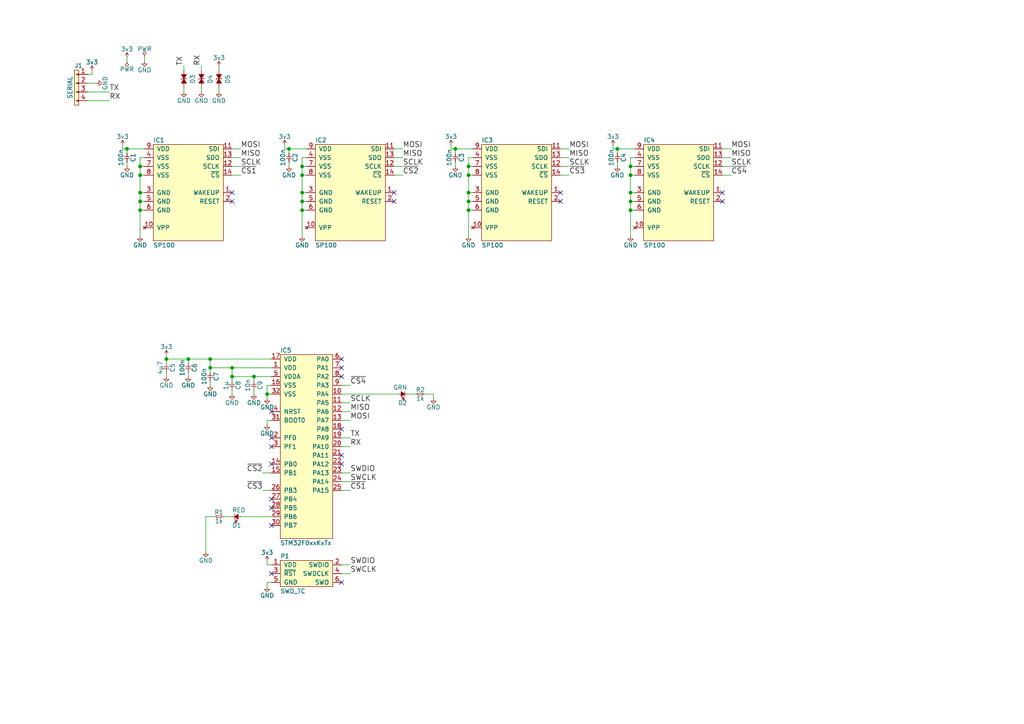
<source format=kicad_sch>
(kicad_sch (version 20230121) (generator eeschema)
  (paper "A4")
  (title_block (title "m3dl-extpressure") (date "2016-07-10") (rev "1") (company "CU Spaceflight") (comment 1 "Drawn By: Adam Greig"))
  (lib_symbols
    (symbol "extpressure-rescue:3v3" (power) (pin_numbers hide) (pin_names (offset 1.016) hide)
      (property "Value" "3v3" (at 0 2.286 0))
      (symbol "3v3_0_1"
        (polyline (pts (xy 0 1.27) (xy 0.508 0.508)))
        (polyline (pts (xy 0 0) (xy 0 1.27) (xy -0.508 0.508)))
      )
      (symbol "3v3_1_1"
        (pin power_in line (at 0 0 180) (length 0) hide (name "3v3") (number "1"))
      )
    )
    (symbol "extpressure-rescue:C" (pin_numbers hide) (pin_names (offset 1.016) hide)
      (property "Reference" "C" (at 1.27 1.778 0))
      (property "Value" "C" (at 1.27 -1.778 0))
      (symbol "C_0_1"
        (polyline (pts (xy 1.016 0.762) (xy 1.016 -0.762)))
        (polyline (pts (xy 1.524 0.762) (xy 1.524 -0.762)))
      )
      (symbol "C_1_1"
        (pin passive line (at 0 0 0) (length 1.016) (name "~") (number "1"))
        (pin passive line (at 2.54 0 180) (length 1.016) (name "~") (number "2"))
      )
    )
    (symbol "extpressure-rescue:CONN_01x04" (pin_names (offset 0.0254) hide)
      (property "Reference" "J" (at -1.27 2.54 0))
      (property "Value" "CONN_01x04" (at -1.27 -10.16 0))
      (symbol "CONN_01x04_0_1"
        (rectangle (start 0 -7.493) (end -0.635 -7.747) (fill (type outline)))
        (rectangle (start 0 -4.953) (end -0.635 -5.207) (fill (type outline)))
        (rectangle (start 0 -2.413) (end -0.635 -2.667) (fill (type outline)))
        (rectangle (start 0 0.127) (end -0.635 -0.127) (fill (type outline)))
        (rectangle (start 0 1.27) (end -1.27 -8.89) (fill (type background)))
      )
      (symbol "CONN_01x04_1_1"
        (pin passive line (at 2.54 0 180) (length 2.54) (name "1") (number "1"))
        (pin passive line (at 2.54 -2.54 180) (length 2.54) (name "2") (number "2"))
        (pin passive line (at 2.54 -5.08 180) (length 2.54) (name "3") (number "3"))
        (pin passive line (at 2.54 -7.62 180) (length 2.54) (name "4") (number "4"))
      )
    )
    (symbol "extpressure-rescue:ESD_DIODE" (pin_numbers hide) (pin_names (offset 0) hide)
      (property "Reference" "D" (at -1.27 2.54 0))
      (symbol "ESD_DIODE_0_1"
        (polyline (pts (xy 0 -0.762) (xy 0.254 -0.762)))
        (polyline (pts (xy 0 0.762) (xy -0.254 0.762)))
        (polyline (pts (xy 0 0.762) (xy 0 -0.762)))
        (polyline (pts (xy 0 0) (xy -1.27 0.762) (xy -1.27 -0.762) (xy 0 0)) (fill (type outline)))
        (polyline (pts (xy 0 0) (xy 1.27 0.762) (xy 1.27 -0.762) (xy 0 0)) (fill (type outline)))
      )
      (symbol "ESD_DIODE_1_1"
        (pin passive line (at -2.54 0 0) (length 1.27) (name "1") (number "1"))
        (pin passive line (at 2.54 0 180) (length 1.27) (name "2") (number "2"))
      )
    )
    (symbol "extpressure-rescue:GND" (power) (pin_numbers hide) (pin_names (offset 1.016) hide)
      (property "Value" "GND" (at 0 -2.54 0))
      (symbol "GND_0_1"
        (polyline (pts (xy 0 0) (xy 0 -0.762)))
        (polyline (pts (xy -0.762 -0.762) (xy 0.762 -0.762) (xy 0 -1.524) (xy -0.762 -0.762)) (fill (type background)))
      )
      (symbol "GND_1_1"
        (pin power_in line (at 0 0 180) (length 0) hide (name "GND") (number "1"))
      )
    )
    (symbol "extpressure-rescue:LED" (pin_numbers hide) (pin_names (offset 1.016) hide)
      (property "Reference" "D" (at 0 2.54 0))
      (property "Value" "LED" (at 0 -1.905 0))
      (symbol "LED_0_1"
        (polyline (pts (xy 0.762 0.762) (xy 0.762 -0.762)))
        (polyline (pts (xy 0.762 0) (xy 1.778 0.762) (xy 1.778 -0.762) (xy 0.762 0)) (fill (type outline)))
        (polyline (pts (xy 1.524 1.016) (xy 1.27 1.27) (xy 1.524 1.27) (xy 1.016 1.778) (xy 1.016 1.524) (xy 1.27 1.778) (xy 1.016 1.778)))
        (polyline (pts (xy 1.27 0.762) (xy 1.016 1.016) (xy 1.27 1.016) (xy 1.016 1.27) (xy 0.762 1.524) (xy 0.762 1.27) (xy 1.016 1.524) (xy 0.762 1.524)))
      )
      (symbol "LED_1_1"
        (pin passive line (at 0 0 0) (length 0.762) (name "~") (number "1"))
        (pin passive line (at 2.54 0 180) (length 0.762) (name "~") (number "2"))
      )
    )
    (symbol "extpressure-rescue:PWR" (power) (pin_numbers hide) (pin_names (offset 1.016) hide)
      (property "Value" "PWR" (at 0 2.286 0))
      (symbol "PWR_0_1"
        (polyline (pts (xy 0 0.508) (xy -0.508 1.016) (xy 0 1.524) (xy 0.508 1.016) (xy 0 0.508)) (fill (type background)))
      )
      (symbol "PWR_1_1"
        (pin power_out line (at 0 0 90) (length 0.508) (name "pwr") (number "1"))
      )
    )
    (symbol "extpressure-rescue:R" (pin_numbers hide) (pin_names (offset 1.016) hide)
      (property "Reference" "R" (at 1.27 1.27 0))
      (property "Value" "R" (at 1.27 -1.27 0))
      (symbol "R_0_1"
        (rectangle (start 0.508 0.254) (end 2.032 -0.254) (fill (type background)))
      )
      (symbol "R_1_1"
        (pin passive line (at 0 0 0) (length 0.508) (name "~") (number "1"))
        (pin passive line (at 2.54 0 180) (length 0.508) (name "~") (number "2"))
      )
    )
    (symbol "extpressure-rescue:SP100" (pin_names (offset 1.016))
      (property "Reference" "IC" (at -10.16 15.24 0))
      (property "Value" "SP100" (at -10.16 -15.24 0))
      (symbol "SP100_0_0"
        (pin output line (at 12.7 0 180) (length 2.54) (name "WAKEUP") (number "1"))
        (pin no_connect line (at -12.7 -10.16 0) (length 2.54) (name "VPP") (number "10"))
        (pin input line (at 12.7 12.7 180) (length 2.54) (name "SDI") (number "11"))
        (pin input line (at 12.7 7.62 180) (length 2.54) (name "SCLK") (number "12"))
        (pin open_collector line (at 12.7 10.16 180) (length 2.54) (name "SDO") (number "13"))
        (pin input line (at 12.7 5.08 180) (length 2.54) (name "~{CS}") (number "14"))
        (pin output line (at 12.7 -2.54 180) (length 2.54) (name "RESET") (number "2"))
        (pin passive line (at -12.7 0 0) (length 2.54) (name "GND") (number "3"))
        (pin power_in line (at -12.7 10.16 0) (length 2.54) (name "VSS") (number "4"))
        (pin passive line (at -12.7 -2.54 0) (length 2.54) (name "GND") (number "5"))
        (pin passive line (at -12.7 -5.08 0) (length 2.54) (name "GND") (number "6"))
        (pin power_in line (at -12.7 7.62 0) (length 2.54) (name "VSS") (number "7"))
        (pin power_in line (at -12.7 5.08 0) (length 2.54) (name "VSS") (number "8"))
        (pin power_in line (at -12.7 12.7 0) (length 2.54) (name "VDD") (number "9"))
      )
      (symbol "SP100_0_1"
        (rectangle (start -10.16 13.97) (end 10.16 -13.97) (fill (type background)))
      )
    )
    (symbol "extpressure-rescue:STM32F0xxKxTx" (pin_names (offset 1.016))
      (property "Reference" "IC" (at -7.62 27.94 0))
      (property "Value" "STM32F0xxKxTx" (at -7.62 -27.94 0))
      (symbol "STM32F0xxKxTx_0_0"
        (pin power_in line (at -10.16 22.86 0) (length 2.54) (name "VDD") (number "1"))
        (pin bidirectional line (at 10.16 15.24 180) (length 2.54) (name "PA4") (number "10"))
        (pin bidirectional line (at 10.16 12.7 180) (length 2.54) (name "PA5") (number "11"))
        (pin bidirectional line (at 10.16 10.16 180) (length 2.54) (name "PA6") (number "12"))
        (pin bidirectional line (at 10.16 7.62 180) (length 2.54) (name "PA7") (number "13"))
        (pin bidirectional line (at -10.16 -5.08 0) (length 2.54) (name "PB0") (number "14"))
        (pin bidirectional line (at -10.16 -7.62 0) (length 2.54) (name "PB1") (number "15"))
        (pin power_in line (at -10.16 17.78 0) (length 2.54) (name "VSS") (number "16"))
        (pin power_in line (at -10.16 25.4 0) (length 2.54) (name "VDD") (number "17"))
        (pin bidirectional line (at 10.16 5.08 180) (length 2.54) (name "PA8") (number "18"))
        (pin bidirectional line (at 10.16 2.54 180) (length 2.54) (name "PA9") (number "19"))
        (pin bidirectional line (at -10.16 2.54 0) (length 2.54) (name "PF0") (number "2"))
        (pin bidirectional line (at 10.16 0 180) (length 2.54) (name "PA10") (number "20"))
        (pin bidirectional line (at 10.16 -2.54 180) (length 2.54) (name "PA11") (number "21"))
        (pin bidirectional line (at 10.16 -5.08 180) (length 2.54) (name "PA12") (number "22"))
        (pin bidirectional line (at 10.16 -7.62 180) (length 2.54) (name "PA13") (number "23"))
        (pin bidirectional line (at 10.16 -10.16 180) (length 2.54) (name "PA14") (number "24"))
        (pin bidirectional line (at 10.16 -12.7 180) (length 2.54) (name "PA15") (number "25"))
        (pin bidirectional line (at -10.16 -12.7 0) (length 2.54) (name "PB3") (number "26"))
        (pin bidirectional line (at -10.16 -15.24 0) (length 2.54) (name "PB4") (number "27"))
        (pin bidirectional line (at -10.16 -17.78 0) (length 2.54) (name "PB5") (number "28"))
        (pin bidirectional line (at -10.16 -20.32 0) (length 2.54) (name "PB6") (number "29"))
        (pin bidirectional line (at -10.16 0 0) (length 2.54) (name "PF1") (number "3"))
        (pin bidirectional line (at -10.16 -22.86 0) (length 2.54) (name "PB7") (number "30"))
        (pin input line (at -10.16 7.62 0) (length 2.54) (name "BOOT0") (number "31"))
        (pin power_in line (at -10.16 15.24 0) (length 2.54) (name "VSS") (number "32"))
        (pin input line (at -10.16 10.16 0) (length 2.54) (name "NRST") (number "4"))
        (pin power_in line (at -10.16 20.32 0) (length 2.54) (name "VDDA") (number "5"))
        (pin bidirectional line (at 10.16 25.4 180) (length 2.54) (name "PA0") (number "6"))
        (pin bidirectional line (at 10.16 22.86 180) (length 2.54) (name "PA1") (number "7"))
        (pin bidirectional line (at 10.16 20.32 180) (length 2.54) (name "PA2") (number "8"))
        (pin bidirectional line (at 10.16 17.78 180) (length 2.54) (name "PA3") (number "9"))
      )
      (symbol "STM32F0xxKxTx_0_1"
        (rectangle (start -7.62 26.67) (end 7.62 -26.67) (fill (type background)))
      )
    )
    (symbol "extpressure-rescue:SWD_TC" (pin_names (offset 1.016))
      (property "Reference" "P" (at -7.62 5.08 0))
      (property "Value" "SWD_TC" (at -7.62 -5.08 0))
      (symbol "SWD_TC_0_1"
        (rectangle (start -7.62 3.81) (end 7.62 -3.81) (fill (type background)))
      )
      (symbol "SWD_TC_1_1"
        (pin power_in line (at -10.16 2.54 0) (length 2.54) (name "VDD") (number "1"))
        (pin bidirectional line (at 10.16 2.54 180) (length 2.54) (name "SWDIO") (number "2"))
        (pin output line (at -10.16 0 0) (length 2.54) (name "~{RST}") (number "3"))
        (pin output line (at 10.16 0 180) (length 2.54) (name "SWDCLK") (number "4"))
        (pin power_in line (at -10.16 -2.54 0) (length 2.54) (name "GND") (number "5"))
        (pin input line (at 10.16 -2.54 180) (length 2.54) (name "SWO") (number "6"))
      )
    )
  )
  (junction (at 73.66 109.22))
  (junction (at 87.63 48.26))
  (junction (at 83.82 43.18))
  (junction (at 135.89 48.26))
  (junction (at 87.63 55.88))
  (junction (at 54.61 104.14))
  (junction (at 182.88 58.42))
  (junction (at 132.08 43.18))
  (junction (at 67.31 106.68))
  (junction (at 182.88 50.8))
  (junction (at 36.83 43.18))
  (junction (at 182.88 60.96))
  (junction (at 87.63 60.96))
  (junction (at 182.88 48.26))
  (junction (at 48.26 104.14))
  (junction (at 40.64 60.96))
  (junction (at 77.47 114.3))
  (junction (at 40.64 48.26))
  (junction (at 40.64 58.42))
  (junction (at 40.64 55.88))
  (junction (at 135.89 50.8))
  (junction (at 60.96 104.14))
  (junction (at 60.96 106.68))
  (junction (at 67.31 109.22))
  (junction (at 135.89 55.88))
  (junction (at 135.89 60.96))
  (junction (at 179.07 43.18))
  (junction (at 87.63 50.8))
  (junction (at 40.64 50.8))
  (junction (at 135.89 58.42))
  (junction (at 182.88 55.88))
  (junction (at 87.63 58.42))
  (no_connect (at 114.3 55.88))
  (no_connect (at 162.56 55.88))
  (no_connect (at 114.3 58.42))
  (no_connect (at 78.74 166.37))
  (no_connect (at 209.55 58.42))
  (no_connect (at 78.74 147.32))
  (no_connect (at 78.74 119.38))
  (no_connect (at 99.06 168.91))
  (no_connect (at 99.06 124.46))
  (no_connect (at 78.74 127))
  (no_connect (at 162.56 58.42))
  (no_connect (at 78.74 152.4))
  (no_connect (at 99.06 109.22))
  (no_connect (at 209.55 55.88))
  (no_connect (at 99.06 106.68))
  (no_connect (at 78.74 129.54))
  (no_connect (at 67.31 55.88))
  (no_connect (at 67.31 58.42))
  (no_connect (at 99.06 132.08))
  (no_connect (at 99.06 134.62))
  (no_connect (at 78.74 144.78))
  (no_connect (at 78.74 134.62))
  (no_connect (at 99.06 104.14))
  (wire (pts (xy 73.66 109.22) (xy 73.66 110.49)))
  (wire (pts (xy 73.66 109.22) (xy 67.31 109.22)))
  (wire (pts (xy 101.6 137.16) (xy 99.06 137.16)))
  (wire (pts (xy 179.07 43.18) (xy 184.15 43.18)))
  (wire (pts (xy 101.6 111.76) (xy 99.06 111.76)))
  (wire (pts (xy 132.08 48.26) (xy 132.08 46.99)))
  (wire (pts (xy 130.81 41.91) (xy 130.81 43.18)))
  (wire (pts (xy 58.42 25.4) (xy 58.42 26.67)))
  (wire (pts (xy 77.47 168.91) (xy 78.74 168.91)))
  (wire (pts (xy 36.83 43.18) (xy 41.91 43.18)))
  (wire (pts (xy 162.56 43.18) (xy 165.1 43.18)))
  (wire (pts (xy 135.89 50.8) (xy 135.89 48.26)))
  (wire (pts (xy 114.3 45.72) (xy 116.84 45.72)))
  (wire (pts (xy 77.47 170.18) (xy 77.47 168.91)))
  (wire (pts (xy 48.26 102.87) (xy 48.26 104.14)))
  (wire (pts (xy 101.6 127) (xy 99.06 127)))
  (wire (pts (xy 41.91 55.88) (xy 40.64 55.88)))
  (wire (pts (xy 62.23 149.86) (xy 59.69 149.86)))
  (wire (pts (xy 48.26 104.14) (xy 48.26 105.41)))
  (wire (pts (xy 67.31 149.86) (xy 64.77 149.86)))
  (wire (pts (xy 77.47 111.76) (xy 77.47 114.3)))
  (wire (pts (xy 114.3 48.26) (xy 116.84 48.26)))
  (wire (pts (xy 182.88 55.88) (xy 182.88 50.8)))
  (wire (pts (xy 184.15 60.96) (xy 182.88 60.96)))
  (wire (pts (xy 87.63 58.42) (xy 87.63 55.88)))
  (wire (pts (xy 184.15 55.88) (xy 182.88 55.88)))
  (wire (pts (xy 36.83 17.78) (xy 36.83 16.51)))
  (wire (pts (xy 182.88 48.26) (xy 182.88 45.72)))
  (wire (pts (xy 184.15 48.26) (xy 182.88 48.26)))
  (wire (pts (xy 40.64 60.96) (xy 40.64 58.42)))
  (wire (pts (xy 99.06 119.38) (xy 101.6 119.38)))
  (wire (pts (xy 182.88 50.8) (xy 182.88 48.26)))
  (wire (pts (xy 88.9 50.8) (xy 87.63 50.8)))
  (wire (pts (xy 40.64 45.72) (xy 41.91 45.72)))
  (wire (pts (xy 76.2 142.24) (xy 78.74 142.24)))
  (wire (pts (xy 135.89 58.42) (xy 137.16 58.42)))
  (wire (pts (xy 63.5 26.67) (xy 63.5 25.4)))
  (wire (pts (xy 88.9 60.96) (xy 87.63 60.96)))
  (wire (pts (xy 77.47 162.56) (xy 77.47 163.83)))
  (wire (pts (xy 73.66 114.3) (xy 73.66 113.03)))
  (wire (pts (xy 60.96 106.68) (xy 60.96 107.95)))
  (wire (pts (xy 135.89 48.26) (xy 135.89 45.72)))
  (wire (pts (xy 78.74 106.68) (xy 67.31 106.68)))
  (wire (pts (xy 40.64 58.42) (xy 41.91 58.42)))
  (wire (pts (xy 101.6 139.7) (xy 99.06 139.7)))
  (wire (pts (xy 87.63 68.58) (xy 87.63 60.96)))
  (wire (pts (xy 179.07 48.26) (xy 179.07 46.99)))
  (wire (pts (xy 162.56 45.72) (xy 165.1 45.72)))
  (wire (pts (xy 60.96 111.76) (xy 60.96 110.49)))
  (wire (pts (xy 177.8 43.18) (xy 179.07 43.18)))
  (wire (pts (xy 60.96 104.14) (xy 60.96 106.68)))
  (wire (pts (xy 182.88 68.58) (xy 182.88 60.96)))
  (wire (pts (xy 182.88 45.72) (xy 184.15 45.72)))
  (wire (pts (xy 87.63 50.8) (xy 87.63 48.26)))
  (wire (pts (xy 88.9 55.88) (xy 87.63 55.88)))
  (wire (pts (xy 40.64 55.88) (xy 40.64 50.8)))
  (wire (pts (xy 132.08 43.18) (xy 137.16 43.18)))
  (wire (pts (xy 179.07 44.45) (xy 179.07 43.18)))
  (wire (pts (xy 99.06 163.83) (xy 101.6 163.83)))
  (wire (pts (xy 137.16 50.8) (xy 135.89 50.8)))
  (wire (pts (xy 58.42 19.05) (xy 58.42 20.32)))
  (wire (pts (xy 82.55 43.18) (xy 83.82 43.18)))
  (wire (pts (xy 67.31 113.03) (xy 67.31 114.3)))
  (wire (pts (xy 114.3 50.8) (xy 116.84 50.8)))
  (wire (pts (xy 67.31 48.26) (xy 69.85 48.26)))
  (wire (pts (xy 162.56 50.8) (xy 165.1 50.8)))
  (wire (pts (xy 69.85 149.86) (xy 78.74 149.86)))
  (wire (pts (xy 101.6 142.24) (xy 99.06 142.24)))
  (wire (pts (xy 25.4 26.67) (xy 31.75 26.67)))
  (wire (pts (xy 77.47 114.3) (xy 77.47 115.57)))
  (wire (pts (xy 48.26 109.22) (xy 48.26 107.95)))
  (wire (pts (xy 83.82 48.26) (xy 83.82 46.99)))
  (wire (pts (xy 137.16 55.88) (xy 135.89 55.88)))
  (wire (pts (xy 101.6 121.92) (xy 99.06 121.92)))
  (wire (pts (xy 123.19 114.3) (xy 125.73 114.3)))
  (wire (pts (xy 101.6 129.54) (xy 99.06 129.54)))
  (wire (pts (xy 53.34 19.05) (xy 53.34 20.32)))
  (wire (pts (xy 53.34 26.67) (xy 53.34 25.4)))
  (wire (pts (xy 182.88 58.42) (xy 182.88 55.88)))
  (wire (pts (xy 40.64 50.8) (xy 40.64 48.26)))
  (wire (pts (xy 87.63 58.42) (xy 88.9 58.42)))
  (wire (pts (xy 125.73 114.3) (xy 125.73 115.57)))
  (wire (pts (xy 40.64 58.42) (xy 40.64 55.88)))
  (wire (pts (xy 137.16 60.96) (xy 135.89 60.96)))
  (wire (pts (xy 209.55 43.18) (xy 212.09 43.18)))
  (wire (pts (xy 67.31 43.18) (xy 69.85 43.18)))
  (wire (pts (xy 67.31 109.22) (xy 67.31 110.49)))
  (wire (pts (xy 87.63 48.26) (xy 87.63 45.72)))
  (wire (pts (xy 67.31 106.68) (xy 67.31 109.22)))
  (wire (pts (xy 36.83 44.45) (xy 36.83 43.18)))
  (wire (pts (xy 77.47 163.83) (xy 78.74 163.83)))
  (wire (pts (xy 48.26 104.14) (xy 54.61 104.14)))
  (wire (pts (xy 41.91 16.51) (xy 41.91 17.78)))
  (wire (pts (xy 60.96 104.14) (xy 78.74 104.14)))
  (wire (pts (xy 135.89 68.58) (xy 135.89 60.96)))
  (wire (pts (xy 135.89 60.96) (xy 135.89 58.42)))
  (wire (pts (xy 135.89 55.88) (xy 135.89 50.8)))
  (wire (pts (xy 182.88 60.96) (xy 182.88 58.42)))
  (wire (pts (xy 67.31 45.72) (xy 69.85 45.72)))
  (wire (pts (xy 83.82 43.18) (xy 88.9 43.18)))
  (wire (pts (xy 78.74 109.22) (xy 73.66 109.22)))
  (wire (pts (xy 54.61 104.14) (xy 54.61 105.41)))
  (wire (pts (xy 40.64 68.58) (xy 40.64 60.96)))
  (wire (pts (xy 137.16 48.26) (xy 135.89 48.26)))
  (wire (pts (xy 130.81 43.18) (xy 132.08 43.18)))
  (wire (pts (xy 87.63 55.88) (xy 87.63 50.8)))
  (wire (pts (xy 25.4 21.59) (xy 26.67 21.59)))
  (wire (pts (xy 35.56 41.91) (xy 35.56 43.18)))
  (wire (pts (xy 54.61 104.14) (xy 60.96 104.14)))
  (wire (pts (xy 182.88 58.42) (xy 184.15 58.42)))
  (wire (pts (xy 41.91 50.8) (xy 40.64 50.8)))
  (wire (pts (xy 87.63 45.72) (xy 88.9 45.72)))
  (wire (pts (xy 83.82 44.45) (xy 83.82 43.18)))
  (wire (pts (xy 67.31 106.68) (xy 60.96 106.68)))
  (wire (pts (xy 40.64 48.26) (xy 40.64 45.72)))
  (wire (pts (xy 99.06 166.37) (xy 101.6 166.37)))
  (wire (pts (xy 78.74 111.76) (xy 77.47 111.76)))
  (wire (pts (xy 209.55 48.26) (xy 212.09 48.26)))
  (wire (pts (xy 101.6 116.84) (xy 99.06 116.84)))
  (wire (pts (xy 27.94 24.13) (xy 25.4 24.13)))
  (wire (pts (xy 177.8 41.91) (xy 177.8 43.18)))
  (wire (pts (xy 135.89 58.42) (xy 135.89 55.88)))
  (wire (pts (xy 184.15 50.8) (xy 182.88 50.8)))
  (wire (pts (xy 135.89 45.72) (xy 137.16 45.72)))
  (wire (pts (xy 35.56 43.18) (xy 36.83 43.18)))
  (wire (pts (xy 82.55 41.91) (xy 82.55 43.18)))
  (wire (pts (xy 54.61 107.95) (xy 54.61 109.22)))
  (wire (pts (xy 77.47 121.92) (xy 77.47 123.19)))
  (wire (pts (xy 78.74 121.92) (xy 77.47 121.92)))
  (wire (pts (xy 88.9 48.26) (xy 87.63 48.26)))
  (wire (pts (xy 132.08 44.45) (xy 132.08 43.18)))
  (wire (pts (xy 209.55 50.8) (xy 212.09 50.8)))
  (wire (pts (xy 67.31 50.8) (xy 69.85 50.8)))
  (wire (pts (xy 120.65 114.3) (xy 118.11 114.3)))
  (wire (pts (xy 36.83 48.26) (xy 36.83 46.99)))
  (wire (pts (xy 114.3 43.18) (xy 116.84 43.18)))
  (wire (pts (xy 99.06 114.3) (xy 115.57 114.3)))
  (wire (pts (xy 41.91 60.96) (xy 40.64 60.96)))
  (wire (pts (xy 78.74 137.16) (xy 76.2 137.16)))
  (wire (pts (xy 59.69 149.86) (xy 59.69 160.02)))
  (wire (pts (xy 25.4 29.21) (xy 31.75 29.21)))
  (wire (pts (xy 87.63 60.96) (xy 87.63 58.42)))
  (wire (pts (xy 26.67 21.59) (xy 26.67 20.32)))
  (wire (pts (xy 209.55 45.72) (xy 212.09 45.72)))
  (wire (pts (xy 63.5 19.05) (xy 63.5 20.32)))
  (wire (pts (xy 162.56 48.26) (xy 165.1 48.26)))
  (wire (pts (xy 78.74 114.3) (xy 77.47 114.3)))
  (wire (pts (xy 41.91 48.26) (xy 40.64 48.26)))
  (label "RX" (at 31.75 29.21 0) (effects (font (size 1.524 1.524))))
  (label "SCLK" (at 69.85 48.26 0) (effects (font (size 1.524 1.524))))
  (label "SCLK" (at 212.09 48.26 0) (effects (font (size 1.524 1.524))))
  (label "~{CS3}" (at 165.1 50.8 0) (effects (font (size 1.524 1.524))))
  (label "~{CS4}" (at 212.09 50.8 0) (effects (font (size 1.524 1.524))))
  (label "SCLK" (at 116.84 48.26 0) (effects (font (size 1.524 1.524))))
  (label "~{CS4}" (at 101.6 111.76 0) (effects (font (size 1.524 1.524))))
  (label "MISO" (at 116.84 45.72 0) (effects (font (size 1.524 1.524))))
  (label "RX" (at 101.6 129.54 0) (effects (font (size 1.524 1.524))))
  (label "MOSI" (at 69.85 43.18 0) (effects (font (size 1.524 1.524))))
  (label "MISO" (at 165.1 45.72 0) (effects (font (size 1.524 1.524))))
  (label "RX" (at 58.42 19.05 90) (effects (font (size 1.524 1.524))))
  (label "~{CS1}" (at 69.85 50.8 0) (effects (font (size 1.524 1.524))))
  (label "MOSI" (at 101.6 121.92 0) (effects (font (size 1.524 1.524))))
  (label "~{CS1}" (at 101.6 142.24 0) (effects (font (size 1.524 1.524))))
  (label "MISO" (at 101.6 119.38 0) (effects (font (size 1.524 1.524))))
  (label "MOSI" (at 116.84 43.18 0) (effects (font (size 1.524 1.524))))
  (label "MISO" (at 69.85 45.72 0) (effects (font (size 1.524 1.524))))
  (label "MOSI" (at 165.1 43.18 0) (effects (font (size 1.524 1.524))))
  (label "SCLK" (at 101.6 116.84 0) (effects (font (size 1.524 1.524))))
  (label "MISO" (at 212.09 45.72 0) (effects (font (size 1.524 1.524))))
  (label "MOSI" (at 212.09 43.18 0) (effects (font (size 1.524 1.524))))
  (label "SWDIO" (at 101.6 163.83 0) (effects (font (size 1.524 1.524))))
  (label "TX" (at 53.34 19.05 90) (effects (font (size 1.524 1.524))))
  (label "TX" (at 101.6 127 0) (effects (font (size 1.524 1.524))))
  (label "~{CS2}" (at 76.2 137.16 180) (effects (font (size 1.524 1.524))))
  (label "TX" (at 31.75 26.67 0) (effects (font (size 1.524 1.524))))
  (label "SWCLK" (at 101.6 166.37 0) (effects (font (size 1.524 1.524))))
  (label "SWCLK" (at 101.6 139.7 0) (effects (font (size 1.524 1.524))))
  (label "SWDIO" (at 101.6 137.16 0) (effects (font (size 1.524 1.524))))
  (label "~{CS2}" (at 116.84 50.8 0) (effects (font (size 1.524 1.524))))
  (label "SCLK" (at 165.1 48.26 0) (effects (font (size 1.524 1.524))))
  (label "~{CS3}" (at 76.2 142.24 180) (effects (font (size 1.524 1.524))))
  (symbol (lib_id "extpressure-rescue:SP100") (at 54.61 55.88 0) (unit 1)
    (property "Reference" "IC1" (at 44.45 40.64 0) (effects (justify left)))
    (property "Value" "SP100" (at 44.45 71.12 0) (effects (justify left)))
    (property "Footprint" "agg:SP100" (effects hide))
    (property "Datasheet" "http://www.farnell.com/datasheets/654625.pdf" (effects hide))
    (property "Farnell" "1845345" (effects hide))
  )
  (symbol (lib_id "extpressure-rescue:STM32F0xxKxTx") (at 88.9 129.54 0) (unit 1)
    (property "Reference" "IC5" (at 81.28 101.6 0) (effects (justify left)))
    (property "Value" "STM32F0xxKxTx" (at 81.28 157.48 0) (effects (justify left)))
    (property "Footprint" "agg:LQFP-32" (effects hide))
    (property "Datasheet" "http://www.st.com/web/en/resource/technical/document/datasheet/DM00088500.pdf" (effects hide))
    (property "Farnell" "2333141" (effects hide))
  )
  (symbol (lib_id "extpressure-rescue:C") (at 73.66 110.49 270) (unit 1)
    (property "Reference" "C9" (at 75.438 111.76 0))
    (property "Value" "10n" (at 71.882 111.76 0))
    (property "Footprint" "agg:0402" (effects hide))
    (property "Farnell" "2210793" (effects hide))
  )
  (symbol (lib_id "extpressure-rescue:C") (at 60.96 107.95 270) (unit 1)
    (property "Reference" "C7" (at 62.738 109.22 0))
    (property "Value" "100n" (at 59.182 109.22 0))
    (property "Footprint" "agg:0402" (effects hide))
    (property "Farnell" "2496771" (effects hide))
  )
  (symbol (lib_id "extpressure-rescue:C") (at 54.61 105.41 270) (unit 1)
    (property "Reference" "C6" (at 56.388 106.68 0))
    (property "Value" "100n" (at 52.832 106.68 0))
    (property "Footprint" "agg:0402" (effects hide))
    (property "Farnell" "2496771" (effects hide))
  )
  (symbol (lib_id "extpressure-rescue:C") (at 67.31 110.49 270) (unit 1)
    (property "Reference" "C8" (at 69.088 111.76 0))
    (property "Value" "1µ" (at 65.532 111.76 0))
    (property "Footprint" "agg:0402" (effects hide))
    (property "Farnell" "2496814" (effects hide))
  )
  (symbol (lib_id "extpressure-rescue:C") (at 48.26 105.41 270) (unit 1)
    (property "Reference" "C5" (at 50.038 106.68 0))
    (property "Value" "4µ7" (at 46.482 106.68 0))
    (property "Footprint" "agg:0402" (effects hide))
    (property "Farnell" "2426952" (effects hide))
  )
  (symbol (lib_id "extpressure-rescue:3v3") (at 48.26 102.87 0) (unit 1)
    (property "Reference" "#PWR01" (effects hide))
    (property "Value" "3v3" (at 48.26 100.584 0))
  )
  (symbol (lib_id "extpressure-rescue:GND") (at 48.26 109.22 0) (unit 1)
    (property "Reference" "#PWR02" (effects hide))
    (property "Value" "GND" (at 48.26 111.76 0))
  )
  (symbol (lib_id "extpressure-rescue:GND") (at 54.61 109.22 0) (unit 1)
    (property "Reference" "#PWR03" (effects hide))
    (property "Value" "GND" (at 54.61 111.76 0))
  )
  (symbol (lib_id "extpressure-rescue:GND") (at 60.96 111.76 0) (unit 1)
    (property "Reference" "#PWR04" (effects hide))
    (property "Value" "GND" (at 60.96 114.3 0))
  )
  (symbol (lib_id "extpressure-rescue:GND") (at 67.31 114.3 0) (unit 1)
    (property "Reference" "#PWR05" (effects hide))
    (property "Value" "GND" (at 67.31 116.84 0))
  )
  (symbol (lib_id "extpressure-rescue:GND") (at 73.66 114.3 0) (unit 1)
    (property "Reference" "#PWR06" (effects hide))
    (property "Value" "GND" (at 73.66 116.84 0))
  )
  (symbol (lib_id "extpressure-rescue:GND") (at 77.47 115.57 0) (unit 1)
    (property "Reference" "#PWR07" (effects hide))
    (property "Value" "GND" (at 77.47 118.11 0))
  )
  (symbol (lib_id "extpressure-rescue:SWD_TC") (at 88.9 166.37 0) (unit 1)
    (property "Reference" "P1" (at 81.28 161.29 0) (effects (justify left)))
    (property "Value" "SWD_TC" (at 81.28 171.45 0) (effects (justify left)))
    (property "Footprint" "agg:TC2030-NL" (effects hide))
  )
  (symbol (lib_id "extpressure-rescue:3v3") (at 77.47 162.56 0) (unit 1)
    (property "Reference" "#PWR08" (effects hide))
    (property "Value" "3v3" (at 77.47 160.274 0))
  )
  (symbol (lib_id "extpressure-rescue:GND") (at 77.47 170.18 0) (unit 1)
    (property "Reference" "#PWR09" (effects hide))
    (property "Value" "GND" (at 77.47 172.72 0))
  )
  (symbol (lib_id "extpressure-rescue:GND") (at 77.47 123.19 0) (unit 1)
    (property "Reference" "#PWR010" (effects hide))
    (property "Value" "GND" (at 77.47 125.73 0))
  )
  (symbol (lib_id "extpressure-rescue:C") (at 36.83 44.45 270) (unit 1)
    (property "Reference" "C1" (at 38.608 45.72 0))
    (property "Value" "100n" (at 35.052 45.72 0))
    (property "Footprint" "agg:0402" (effects hide))
    (property "Farnell" "2496771" (effects hide))
  )
  (symbol (lib_id "extpressure-rescue:GND") (at 36.83 48.26 0) (unit 1)
    (property "Reference" "#PWR011" (effects hide))
    (property "Value" "GND" (at 36.83 50.8 0))
  )
  (symbol (lib_id "extpressure-rescue:GND") (at 40.64 68.58 0) (unit 1)
    (property "Reference" "#PWR012" (effects hide))
    (property "Value" "GND" (at 40.64 71.12 0))
  )
  (symbol (lib_id "extpressure-rescue:3v3") (at 35.56 41.91 0) (unit 1)
    (property "Reference" "#PWR013" (effects hide))
    (property "Value" "3v3" (at 35.56 39.624 0))
  )
  (symbol (lib_id "extpressure-rescue:CONN_01x04") (at 22.86 21.59 0) (unit 1)
    (property "Reference" "J1" (at 21.59 19.05 0) (effects (justify left)))
    (property "Value" "SERIAL" (at 20.32 25.4 90))
    (property "Footprint" "agg:S04B-PASK-2" (effects hide))
    (property "Farnell" "1830749" (effects hide))
  )
  (symbol (lib_id "extpressure-rescue:3v3") (at 26.67 20.32 0) (unit 1)
    (property "Reference" "#PWR014" (effects hide))
    (property "Value" "3v3" (at 26.67 18.034 0))
  )
  (symbol (lib_id "extpressure-rescue:GND") (at 27.94 24.13 90) (unit 1)
    (property "Reference" "#PWR015" (effects hide))
    (property "Value" "GND" (at 30.48 24.13 0))
  )
  (symbol (lib_id "extpressure-rescue:LED") (at 67.31 149.86 0) (mirror x) (unit 1)
    (property "Reference" "D1" (at 67.31 152.4 0) (effects (justify left)))
    (property "Value" "RED" (at 67.31 147.955 0) (effects (justify left)))
    (property "Footprint" "agg:0603-LED" (effects hide))
    (property "Farnell" "2290329" (effects hide))
  )
  (symbol (lib_id "extpressure-rescue:LED") (at 118.11 114.3 180) (unit 1)
    (property "Reference" "D2" (at 118.11 116.84 0) (effects (justify left)))
    (property "Value" "GRN" (at 118.11 112.395 0) (effects (justify left)))
    (property "Footprint" "agg:0603-LED" (effects hide))
    (property "Farnell" "2290328" (effects hide))
  )
  (symbol (lib_id "extpressure-rescue:R") (at 64.77 149.86 0) (mirror y) (unit 1)
    (property "Reference" "R1" (at 63.5 148.59 0))
    (property "Value" "1k" (at 63.5 151.13 0))
    (property "Footprint" "agg:0402" (effects hide))
    (property "Farnell" "2447120" (effects hide))
  )
  (symbol (lib_id "extpressure-rescue:R") (at 120.65 114.3 0) (unit 1)
    (property "Reference" "R2" (at 121.92 113.03 0))
    (property "Value" "1k" (at 121.92 115.57 0))
    (property "Footprint" "agg:0402" (effects hide))
    (property "Farnell" "2447120" (effects hide))
  )
  (symbol (lib_id "extpressure-rescue:GND") (at 59.69 160.02 0) (mirror y) (unit 1)
    (property "Reference" "#PWR016" (effects hide))
    (property "Value" "GND" (at 59.69 162.56 0))
  )
  (symbol (lib_id "extpressure-rescue:SP100") (at 101.6 55.88 0) (unit 1)
    (property "Reference" "IC2" (at 91.44 40.64 0) (effects (justify left)))
    (property "Value" "SP100" (at 91.44 71.12 0) (effects (justify left)))
    (property "Footprint" "agg:SP100" (effects hide))
    (property "Datasheet" "http://www.farnell.com/datasheets/654625.pdf" (effects hide))
    (property "Farnell" "1845345" (effects hide))
  )
  (symbol (lib_id "extpressure-rescue:C") (at 83.82 44.45 270) (unit 1)
    (property "Reference" "C2" (at 85.598 45.72 0))
    (property "Value" "100n" (at 82.042 45.72 0))
    (property "Footprint" "agg:0402" (effects hide))
    (property "Farnell" "2496771" (effects hide))
  )
  (symbol (lib_id "extpressure-rescue:GND") (at 83.82 48.26 0) (unit 1)
    (property "Reference" "#PWR017" (effects hide))
    (property "Value" "GND" (at 83.82 50.8 0))
  )
  (symbol (lib_id "extpressure-rescue:GND") (at 87.63 68.58 0) (unit 1)
    (property "Reference" "#PWR018" (effects hide))
    (property "Value" "GND" (at 87.63 71.12 0))
  )
  (symbol (lib_id "extpressure-rescue:3v3") (at 82.55 41.91 0) (unit 1)
    (property "Reference" "#PWR019" (effects hide))
    (property "Value" "3v3" (at 82.55 39.624 0))
  )
  (symbol (lib_id "extpressure-rescue:SP100") (at 149.86 55.88 0) (unit 1)
    (property "Reference" "IC3" (at 139.7 40.64 0) (effects (justify left)))
    (property "Value" "SP100" (at 139.7 71.12 0) (effects (justify left)))
    (property "Footprint" "agg:SP100" (effects hide))
    (property "Datasheet" "http://www.farnell.com/datasheets/654625.pdf" (effects hide))
    (property "Farnell" "1845345" (effects hide))
  )
  (symbol (lib_id "extpressure-rescue:C") (at 132.08 44.45 270) (unit 1)
    (property "Reference" "C3" (at 133.858 45.72 0))
    (property "Value" "100n" (at 130.302 45.72 0))
    (property "Footprint" "agg:0402" (effects hide))
    (property "Farnell" "2496771" (effects hide))
  )
  (symbol (lib_id "extpressure-rescue:GND") (at 132.08 48.26 0) (unit 1)
    (property "Reference" "#PWR020" (effects hide))
    (property "Value" "GND" (at 132.08 50.8 0))
  )
  (symbol (lib_id "extpressure-rescue:GND") (at 135.89 68.58 0) (unit 1)
    (property "Reference" "#PWR021" (effects hide))
    (property "Value" "GND" (at 135.89 71.12 0))
  )
  (symbol (lib_id "extpressure-rescue:3v3") (at 130.81 41.91 0) (unit 1)
    (property "Reference" "#PWR022" (effects hide))
    (property "Value" "3v3" (at 130.81 39.624 0))
  )
  (symbol (lib_id "extpressure-rescue:SP100") (at 196.85 55.88 0) (unit 1)
    (property "Reference" "IC4" (at 186.69 40.64 0) (effects (justify left)))
    (property "Value" "SP100" (at 186.69 71.12 0) (effects (justify left)))
    (property "Footprint" "agg:SP100" (effects hide))
    (property "Datasheet" "http://www.farnell.com/datasheets/654625.pdf" (effects hide))
    (property "Farnell" "1845345" (effects hide))
  )
  (symbol (lib_id "extpressure-rescue:C") (at 179.07 44.45 270) (unit 1)
    (property "Reference" "C4" (at 180.848 45.72 0))
    (property "Value" "100n" (at 177.292 45.72 0))
    (property "Footprint" "agg:0402" (effects hide))
    (property "Farnell" "2496771" (effects hide))
  )
  (symbol (lib_id "extpressure-rescue:GND") (at 179.07 48.26 0) (unit 1)
    (property "Reference" "#PWR023" (effects hide))
    (property "Value" "GND" (at 179.07 50.8 0))
  )
  (symbol (lib_id "extpressure-rescue:GND") (at 182.88 68.58 0) (unit 1)
    (property "Reference" "#PWR024" (effects hide))
    (property "Value" "GND" (at 182.88 71.12 0))
  )
  (symbol (lib_id "extpressure-rescue:3v3") (at 177.8 41.91 0) (unit 1)
    (property "Reference" "#PWR025" (effects hide))
    (property "Value" "3v3" (at 177.8 39.624 0))
  )
  (symbol (lib_id "extpressure-rescue:3v3") (at 36.83 16.51 0) (unit 1)
    (property "Reference" "#PWR026" (effects hide))
    (property "Value" "3v3" (at 36.83 14.224 0))
  )
  (symbol (lib_id "extpressure-rescue:GND") (at 41.91 17.78 0) (unit 1)
    (property "Reference" "#PWR027" (effects hide))
    (property "Value" "GND" (at 41.91 20.32 0))
  )
  (symbol (lib_id "extpressure-rescue:PWR") (at 41.91 16.51 0) (unit 1)
    (property "Reference" "#FLG028" (effects hide))
    (property "Value" "PWR" (at 41.91 14.224 0))
  )
  (symbol (lib_id "extpressure-rescue:PWR") (at 36.83 17.78 180) (unit 1)
    (property "Reference" "#FLG029" (effects hide))
    (property "Value" "PWR" (at 36.83 20.066 0))
  )
  (symbol (lib_id "extpressure-rescue:ESD_DIODE") (at 53.34 22.86 270) (unit 1)
    (property "Reference" "D3" (at 55.88 21.59 0) (effects (justify left)))
    (property "Value" "ESD_DIODE" (effects hide))
    (property "Footprint" "agg:0402" (effects hide))
    (property "Farnell" "2368169" (effects hide))
  )
  (symbol (lib_id "extpressure-rescue:ESD_DIODE") (at 58.42 22.86 270) (unit 1)
    (property "Reference" "D4" (at 60.96 21.59 0) (effects (justify left)))
    (property "Value" "ESD_DIODE" (effects hide))
    (property "Footprint" "agg:0402" (effects hide))
    (property "Farnell" "2368169" (effects hide))
  )
  (symbol (lib_id "extpressure-rescue:ESD_DIODE") (at 63.5 22.86 270) (unit 1)
    (property "Reference" "D5" (at 66.04 21.59 0) (effects (justify left)))
    (property "Value" "ESD_DIODE" (effects hide))
    (property "Footprint" "agg:0402" (effects hide))
    (property "Farnell" "2368169" (effects hide))
  )
  (symbol (lib_id "extpressure-rescue:3v3") (at 63.5 19.05 0) (unit 1)
    (property "Reference" "#PWR030" (effects hide))
    (property "Value" "3v3" (at 63.5 16.764 0))
  )
  (symbol (lib_id "extpressure-rescue:GND") (at 53.34 26.67 0) (unit 1)
    (property "Reference" "#PWR031" (effects hide))
    (property "Value" "GND" (at 53.34 29.21 0))
  )
  (symbol (lib_id "extpressure-rescue:GND") (at 58.42 26.67 0) (unit 1)
    (property "Reference" "#PWR032" (effects hide))
    (property "Value" "GND" (at 58.42 29.21 0))
  )
  (symbol (lib_id "extpressure-rescue:GND") (at 63.5 26.67 0) (unit 1)
    (property "Reference" "#PWR033" (effects hide))
    (property "Value" "GND" (at 63.5 29.21 0))
  )
  (symbol (lib_id "extpressure-rescue:GND") (at 125.73 115.57 0) (unit 1)
    (property "Reference" "#PWR034" (effects hide))
    (property "Value" "GND" (at 125.73 118.11 0))
  )
)
</source>
